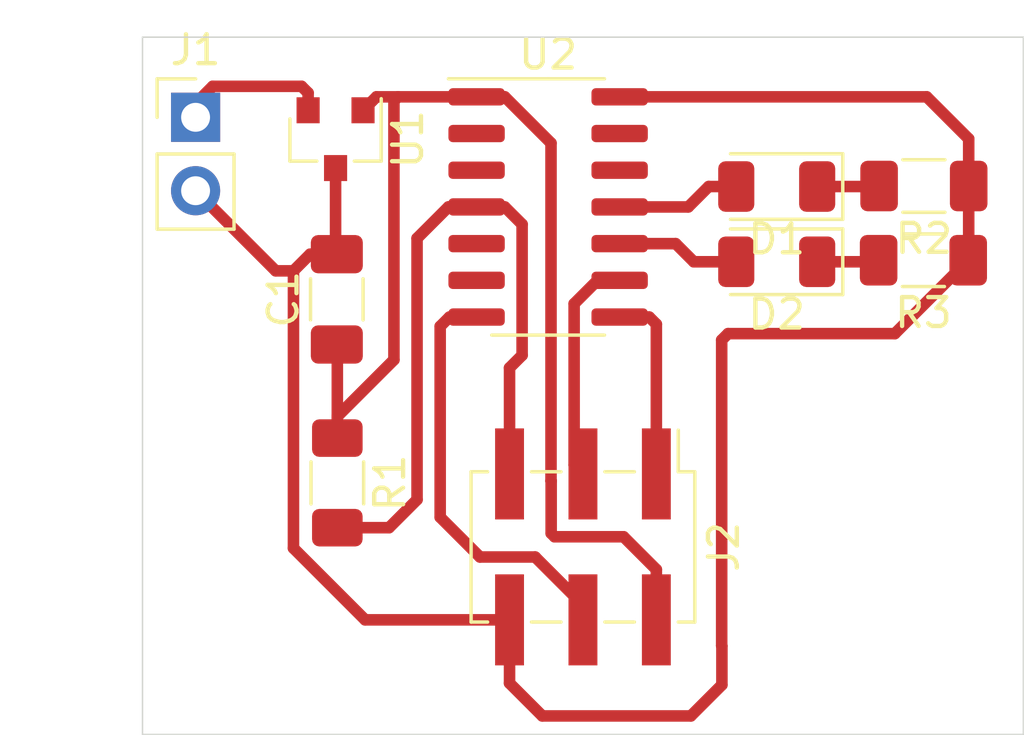
<source format=kicad_pcb>
(kicad_pcb (version 20221018) (generator pcbnew)
  (layers (0 "F.Cu" signal) (31 "B.Cu" signal) (34 "B.Paste" user) (35 "F.Paste" user) (36 "B.SilkS" user "B.Silkscreen") (37 "F.SilkS" user "F.Silkscreen") (38 "B.Mask" user) (39 "F.Mask" user) (44 "Edge.Cuts" user))
  (net 0 "")
  (net 1 "GND")
  (net 2 "+9V")
  (net 3 "/MISO")
  (net 4 "VCC")
  (net 5 "/SCK")
  (net 6 "/MOSI")
  (net 7 "/RESET")
  (net 8 "Net-(U2-Pad2)")
  (net 9 "Net-(U2-Pad3)")
  (net 10 "Net-(U2-Pad5)")
  (net 11 "Net-(U2-Pad6)")
  (net 12 "Net-(U2-Pad12)")
  (net 13 "Net-(U2-Pad13)")
  (net 14 "Net-(D1-Pad1)")
  (net 15 "Net-(D1-Pad2)")
  (net 16 "Net-(D2-Pad2)")
  (net 17 "Net-(D2-Pad1)")
  (footprint "Capacitor_SMD:C_1206_3216Metric_Pad1.33x1.80mm_HandSolder" (layer "F.Cu") (at 131.18338 103.05248 90)
    (fp_text reference "C1" (at 0 -1.85 90) (layer "F.SilkS"))
    (fp_text value "1uF")
    (fp_line (start -0.711252 -0.91) (end 0.711252 -0.91) (stroke (width 0.12)) (layer "F.SilkS"))
    (fp_line (start -0.711252 0.91) (end 0.711252 0.91) (stroke (width 0.12)) (layer "F.SilkS"))
    (pad "1" smd roundrect (at -1.5625 0 90) (size 1.325 1.8) (layers "F.Cu" "F.Paste" "F.Mask") (roundrect_rratio 0.1886784906) (net 4 "VCC"))
    (pad "2" smd roundrect (at 1.5625 0 90) (size 1.325 1.8) (layers "F.Cu" "F.Paste" "F.Mask") (roundrect_rratio 0.1886784906) (net 1 "GND"))
  )
  (footprint "Package_TO_SOT_SMD:SOT-23" (layer "F.Cu") (at 131.14024 97.50984 -90)
    (fp_text reference "U1" (at 0 -2.5 90) (layer "F.SilkS"))
    (fp_text value "LM3480-5.0")
    (fp_line (start 0.76 -1.58) (end -1.4 -1.58) (stroke (width 0.12)) (layer "F.SilkS"))
    (fp_line (start 0.76 -1.58) (end 0.76 -0.65) (stroke (width 0.12)) (layer "F.SilkS"))
    (fp_line (start 0.76 1.58) (end -0.7 1.58) (stroke (width 0.12)) (layer "F.SilkS"))
    (fp_line (start 0.76 1.58) (end 0.76 0.65) (stroke (width 0.12)) (layer "F.SilkS"))
    (pad "1" smd rect (at -1 -0.95 270) (size 0.9 0.8) (layers "F.Cu" "F.Paste" "F.Mask") (net 4 "VCC"))
    (pad "2" smd rect (at -1 0.95 270) (size 0.9 0.8) (layers "F.Cu" "F.Paste" "F.Mask") (net 2 "+9V"))
    (pad "3" smd rect (at 1 0 270) (size 0.9 0.8) (layers "F.Cu" "F.Paste" "F.Mask") (net 1 "GND"))
  )
  (footprint "Package_SO:SOIC-14_3.9x8.7mm_P1.27mm" (layer "F.Cu") (at 138.495001 99.855001)
    (fp_text reference "U2" (at 0 -5.28) (layer "F.SilkS"))
    (fp_text value "ATtiny44A-SSU")
    (fp_line (start 0 -4.435) (end -3.45 -4.435) (stroke (width 0.12)) (layer "F.SilkS"))
    (fp_line (start 0 -4.435) (end 1.95 -4.435) (stroke (width 0.12)) (layer "F.SilkS"))
    (fp_line (start 0 4.435) (end -1.95 4.435) (stroke (width 0.12)) (layer "F.SilkS"))
    (fp_line (start 0 4.435) (end 1.95 4.435) (stroke (width 0.12)) (layer "F.SilkS"))
    (pad "1" smd roundrect (at -2.475 -3.81) (size 1.95 0.6) (layers "F.Cu" "F.Paste" "F.Mask") (net 4 "VCC"))
    (pad "2" smd roundrect (at -2.475 -2.54) (size 1.95 0.6) (layers "F.Cu" "F.Paste" "F.Mask") (net 8 "Net-(U2-Pad2)"))
    (pad "3" smd roundrect (at -2.475 -1.27) (size 1.95 0.6) (layers "F.Cu" "F.Paste" "F.Mask") (net 9 "Net-(U2-Pad3)"))
    (pad "4" smd roundrect (at -2.475 0) (size 1.95 0.6) (layers "F.Cu" "F.Paste" "F.Mask") (net 7 "/RESET"))
    (pad "5" smd roundrect (at -2.475 1.27) (size 1.95 0.6) (layers "F.Cu" "F.Paste" "F.Mask") (net 10 "Net-(U2-Pad5)"))
    (pad "6" smd roundrect (at -2.475 2.54) (size 1.95 0.6) (layers "F.Cu" "F.Paste" "F.Mask") (net 11 "Net-(U2-Pad6)"))
    (pad "7" smd roundrect (at -2.475 3.81) (size 1.95 0.6) (layers "F.Cu" "F.Paste" "F.Mask") (net 6 "/MOSI"))
    (pad "8" smd roundrect (at 2.475 3.81) (size 1.95 0.6) (layers "F.Cu" "F.Paste" "F.Mask") (net 3 "/MISO"))
    (pad "9" smd roundrect (at 2.475 2.54) (size 1.95 0.6) (layers "F.Cu" "F.Paste" "F.Mask") (net 5 "/SCK"))
    (pad "10" smd roundrect (at 2.475 1.27) (size 1.95 0.6) (layers "F.Cu" "F.Paste" "F.Mask") (net 16 "Net-(D2-Pad2)"))
    (pad "11" smd roundrect (at 2.475 0) (size 1.95 0.6) (layers "F.Cu" "F.Paste" "F.Mask") (net 15 "Net-(D1-Pad2)"))
    (pad "12" smd roundrect (at 2.475 -1.27) (size 1.95 0.6) (layers "F.Cu" "F.Paste" "F.Mask") (net 12 "Net-(U2-Pad12)"))
    (pad "13" smd roundrect (at 2.475 -2.54) (size 1.95 0.6) (layers "F.Cu" "F.Paste" "F.Mask") (net 13 "Net-(U2-Pad13)"))
    (pad "14" smd roundrect (at 2.475 -3.81) (size 1.95 0.6) (layers "F.Cu" "F.Paste" "F.Mask") (net 1 "GND"))
  )
  (footprint "Connector_PinHeader_2.54mm:PinHeader_2x03_P2.54mm_Vertical_SMD" (layer "F.Cu") (at 139.7 111.618 -90)
    (fp_text reference "J2" (at 0 -4.87 90) (layer "F.SilkS"))
    (fp_text value "AVR-ISP-6")
    (fp_line (start -4.04 -3.3) (end -2.6 -3.3) (stroke (width 0.12)) (layer "F.SilkS"))
    (fp_line (start -2.6 -3.87) (end -2.6 -3.3) (stroke (width 0.12)) (layer "F.SilkS"))
    (fp_line (start -2.6 -3.87) (end 2.6 -3.87) (stroke (width 0.12)) (layer "F.SilkS"))
    (fp_line (start -2.6 -1.78) (end -2.6 -0.76) (stroke (width 0.12)) (layer "F.SilkS"))
    (fp_line (start -2.6 0.76) (end -2.6 1.78) (stroke (width 0.12)) (layer "F.SilkS"))
    (fp_line (start -2.6 3.3) (end -2.6 3.87) (stroke (width 0.12)) (layer "F.SilkS"))
    (fp_line (start -2.6 3.87) (end 2.6 3.87) (stroke (width 0.12)) (layer "F.SilkS"))
    (fp_line (start 2.6 -3.87) (end 2.6 -3.3) (stroke (width 0.12)) (layer "F.SilkS"))
    (fp_line (start 2.6 -1.78) (end 2.6 -0.76) (stroke (width 0.12)) (layer "F.SilkS"))
    (fp_line (start 2.6 0.76) (end 2.6 1.78) (stroke (width 0.12)) (layer "F.SilkS"))
    (fp_line (start 2.6 3.3) (end 2.6 3.87) (stroke (width 0.12)) (layer "F.SilkS"))
    (pad "1" smd rect (at -2.525 -2.54 270) (size 3.15 1) (layers "F.Cu" "F.Paste" "F.Mask") (net 3 "/MISO"))
    (pad "2" smd rect (at 2.525 -2.54 270) (size 3.15 1) (layers "F.Cu" "F.Paste" "F.Mask") (net 4 "VCC"))
    (pad "3" smd rect (at -2.525 0 270) (size 3.15 1) (layers "F.Cu" "F.Paste" "F.Mask") (net 5 "/SCK"))
    (pad "4" smd rect (at 2.525 0 270) (size 3.15 1) (layers "F.Cu" "F.Paste" "F.Mask") (net 6 "/MOSI"))
    (pad "5" smd rect (at -2.525 2.54 270) (size 3.15 1) (layers "F.Cu" "F.Paste" "F.Mask") (net 7 "/RESET"))
    (pad "6" smd rect (at 2.525 2.54 270) (size 3.15 1) (layers "F.Cu" "F.Paste" "F.Mask") (net 1 "GND"))
  )
  (footprint "Resistor_SMD:R_1206_3216Metric_Pad1.30x1.75mm_HandSolder" (layer "F.Cu") (at 131.20116 109.40348 -90)
    (fp_text reference "R1" (at 0 -1.82 90) (layer "F.SilkS"))
    (fp_text value "10k")
    (fp_line (start -0.727064 -0.91) (end 0.727064 -0.91) (stroke (width 0.12)) (layer "F.SilkS"))
    (fp_line (start -0.727064 0.91) (end 0.727064 0.91) (stroke (width 0.12)) (layer "F.SilkS"))
    (pad "1" smd roundrect (at -1.55 0 270) (size 1.3 1.75) (layers "F.Cu" "F.Paste" "F.Mask") (roundrect_rratio 0.1923076923) (net 4 "VCC"))
    (pad "2" smd roundrect (at 1.55 0 270) (size 1.3 1.75) (layers "F.Cu" "F.Paste" "F.Mask") (roundrect_rratio 0.1923076923) (net 7 "/RESET"))
  )
  (footprint "LED_SMD:LED_1206_3216Metric" (layer "F.Cu") (at 146.40514 99.1489 180)
    (fp_text reference "D1" (at 0 -1.82) (layer "F.SilkS"))
    (fp_text value "LED")
    (fp_line (start -2.285 -1.135) (end -2.285 1.135) (stroke (width 0.12)) (layer "F.SilkS"))
    (fp_line (start -2.285 1.135) (end 1.6 1.135) (stroke (width 0.12)) (layer "F.SilkS"))
    (fp_line (start 1.6 -1.135) (end -2.285 -1.135) (stroke (width 0.12)) (layer "F.SilkS"))
    (pad "1" smd roundrect (at -1.4 0 180) (size 1.25 1.75) (layers "F.Cu" "F.Paste" "F.Mask") (roundrect_rratio 0.2) (net 14 "Net-(D1-Pad1)"))
    (pad "2" smd roundrect (at 1.4 0 180) (size 1.25 1.75) (layers "F.Cu" "F.Paste" "F.Mask") (roundrect_rratio 0.2) (net 15 "Net-(D1-Pad2)"))
  )
  (footprint "LED_SMD:LED_1206_3216Metric" (layer "F.Cu") (at 146.40514 101.7524 180)
    (fp_text reference "D2" (at 0 -1.82) (layer "F.SilkS"))
    (fp_text value "LED")
    (fp_line (start -2.285 -1.135) (end -2.285 1.135) (stroke (width 0.12)) (layer "F.SilkS"))
    (fp_line (start -2.285 1.135) (end 1.6 1.135) (stroke (width 0.12)) (layer "F.SilkS"))
    (fp_line (start 1.6 -1.135) (end -2.285 -1.135) (stroke (width 0.12)) (layer "F.SilkS"))
    (pad "1" smd roundrect (at -1.4 0 180) (size 1.25 1.75) (layers "F.Cu" "F.Paste" "F.Mask") (roundrect_rratio 0.2) (net 17 "Net-(D2-Pad1)"))
    (pad "2" smd roundrect (at 1.4 0 180) (size 1.25 1.75) (layers "F.Cu" "F.Paste" "F.Mask") (roundrect_rratio 0.2) (net 16 "Net-(D2-Pad2)"))
  )
  (footprint "Resistor_SMD:R_1206_3216Metric_Pad1.30x1.75mm_HandSolder" (layer "F.Cu") (at 151.4977 99.13112 180)
    (fp_text reference "R2" (at 0 -1.82) (layer "F.SilkS"))
    (fp_text value "1k")
    (fp_line (start -0.727064 -0.91) (end 0.727064 -0.91) (stroke (width 0.12)) (layer "F.SilkS"))
    (fp_line (start -0.727064 0.91) (end 0.727064 0.91) (stroke (width 0.12)) (layer "F.SilkS"))
    (pad "1" smd roundrect (at -1.55 0 180) (size 1.3 1.75) (layers "F.Cu" "F.Paste" "F.Mask") (roundrect_rratio 0.1923076923) (net 1 "GND"))
    (pad "2" smd roundrect (at 1.55 0 180) (size 1.3 1.75) (layers "F.Cu" "F.Paste" "F.Mask") (roundrect_rratio 0.1923076923) (net 14 "Net-(D1-Pad1)"))
  )
  (footprint "Resistor_SMD:R_1206_3216Metric_Pad1.30x1.75mm_HandSolder" (layer "F.Cu") (at 151.48112 101.69906 180)
    (fp_text reference "R3" (at 0 -1.82) (layer "F.SilkS"))
    (fp_text value "1k")
    (fp_line (start -0.727064 -0.91) (end 0.727064 -0.91) (stroke (width 0.12)) (layer "F.SilkS"))
    (fp_line (start -0.727064 0.91) (end 0.727064 0.91) (stroke (width 0.12)) (layer "F.SilkS"))
    (pad "1" smd roundrect (at -1.55 0 180) (size 1.3 1.75) (layers "F.Cu" "F.Paste" "F.Mask") (roundrect_rratio 0.1923076923) (net 1 "GND"))
    (pad "2" smd roundrect (at 1.55 0 180) (size 1.3 1.75) (layers "F.Cu" "F.Paste" "F.Mask") (roundrect_rratio 0.1923076923) (net 17 "Net-(D2-Pad1)"))
  )
  (footprint "Connector_PinHeader_2.54mm:PinHeader_1x02_P2.54mm_Vertical" (layer "F.Cu") (at 126.29642 96.75368)
    (fp_text reference "J1" (at 0 -2.33) (layer "F.SilkS"))
    (fp_text value "Conn_01x02_Male")
    (fp_line (start -1.33 -1.33) (end 0 -1.33) (stroke (width 0.12)) (layer "F.SilkS"))
    (fp_line (start -1.33 0) (end -1.33 -1.33) (stroke (width 0.12)) (layer "F.SilkS"))
    (fp_line (start -1.33 1.27) (end -1.33 3.87) (stroke (width 0.12)) (layer "F.SilkS"))
    (fp_line (start -1.33 1.27) (end 1.33 1.27) (stroke (width 0.12)) (layer "F.SilkS"))
    (fp_line (start -1.33 3.87) (end 1.33 3.87) (stroke (width 0.12)) (layer "F.SilkS"))
    (fp_line (start 1.33 1.27) (end 1.33 3.87) (stroke (width 0.12)) (layer "F.SilkS"))
    (pad "1" thru_hole rect (at 0 0) (size 1.7 1.7) (drill 1) (layers "*.Cu" "*.Mask") (net 2 "+9V"))
    (pad "2" thru_hole oval (at 0 2.54) (size 1.7 1.7) (drill 1) (layers "*.Cu" "*.Mask") (net 1 "GND"))
  )
  (gr_line (start 124.46 118.11) (end 124.46 93.98) (stroke (width 0.05)) (layer "Edge.Cuts"))
  (gr_line (start 154.94 118.11) (end 124.46 118.11) (stroke (width 0.05)) (layer "Edge.Cuts"))
  (gr_line (start 154.94 93.98) (end 154.94 118.11) (stroke (width 0.05)) (layer "Edge.Cuts"))
  (gr_line (start 124.46 93.98) (end 154.94 93.98) (stroke (width 0.05)) (layer "Edge.Cuts"))
  (segment (start 140.970001 96.045001) (end 151.594801 96.045001) (width 0.4) (layer "F.Cu") (net 1))
  (segment (start 153.0477 101.68248) (end 153.03112 101.69906) (width 0.4) (layer "F.Cu") (net 1))
  (segment (start 151.594801 96.045001) (end 153.0477 97.4979) (width 0.4) (layer "F.Cu") (net 1))
  (segment (start 144.50822 115.045022) (end 144.50822 116.39296) (width 0.4) (layer "F.Cu") (net 1))
  (segment (start 131.18338 101.48998) (end 130.25962 101.48998) (width 0.4) (layer "F.Cu") (net 1))
  (segment (start 153.0477 97.4979) (end 153.0477 99.13112) (width 0.4) (layer "F.Cu") (net 1))
  (segment (start 129.68337 102.06623) (end 129.68337 111.662788) (width 0.4) (layer "F.Cu") (net 1))
  (segment (start 129.06897 102.06623) (end 129.68337 102.06623) (width 0.4) (layer "F.Cu") (net 1))
  (segment (start 144.5006 115.037402) (end 144.50822 115.045022) (width 0.4) (layer "F.Cu") (net 1))
  (segment (start 153.03112 101.69906) (end 150.49112 104.23906) (width 0.4) (layer "F.Cu") (net 1))
  (segment (start 132.163582 114.143) (end 137.16 114.143) (width 0.4) (layer "F.Cu") (net 1))
  (segment (start 131.14024 101.44684) (end 131.18338 101.48998) (width 0.4) (layer "F.Cu") (net 1))
  (segment (start 153.0477 99.13112) (end 153.0477 101.68248) (width 0.4) (layer "F.Cu") (net 1))
  (segment (start 144.50822 116.39296) (end 143.4338 117.46738) (width 0.4) (layer "F.Cu") (net 1))
  (segment (start 143.4338 117.46738) (end 138.29284 117.46738) (width 0.4) (layer "F.Cu") (net 1))
  (segment (start 138.29284 117.46738) (end 137.16 116.33454) (width 0.4) (layer "F.Cu") (net 1))
  (segment (start 130.25962 101.48998) (end 129.68337 102.06623) (width 0.4) (layer "F.Cu") (net 1))
  (segment (start 137.16 116.33454) (end 137.16 114.143) (width 0.4) (layer "F.Cu") (net 1))
  (segment (start 144.5006 104.46004) (end 144.5006 115.037402) (width 0.4) (layer "F.Cu") (net 1))
  (segment (start 131.14024 98.50984) (end 131.14024 101.44684) (width 0.4) (layer "F.Cu") (net 1))
  (segment (start 150.49112 104.23906) (end 144.72158 104.23906) (width 0.4) (layer "F.Cu") (net 1))
  (segment (start 144.72158 104.23906) (end 144.5006 104.46004) (width 0.4) (layer "F.Cu") (net 1))
  (segment (start 129.68337 111.662788) (end 132.163582 114.143) (width 0.4) (layer "F.Cu") (net 1))
  (segment (start 126.29642 99.29368) (end 129.06897 102.06623) (width 0.4) (layer "F.Cu") (net 1))
  (segment (start 130.19024 95.90786) (end 130.19024 96.50984) (width 0.4) (layer "F.Cu") (net 2))
  (segment (start 129.96418 95.6818) (end 130.19024 95.90786) (width 0.4) (layer "F.Cu") (net 2))
  (segment (start 126.29642 96.27362) (end 126.88824 95.6818) (width 0.4) (layer "F.Cu") (net 2))
  (segment (start 126.29642 96.75368) (end 126.29642 96.27362) (width 0.4) (layer "F.Cu") (net 2))
  (segment (start 126.88824 95.6818) (end 129.96418 95.6818) (width 0.4) (layer "F.Cu") (net 2))
  (segment (start 140.970001 103.665001) (end 141.993601 103.665001) (width 0.4) (layer "F.Cu") (net 3))
  (segment (start 142.24 103.9114) (end 142.24 109.093) (width 0.4) (layer "F.Cu") (net 3))
  (segment (start 141.993601 103.665001) (end 142.24 103.9114) (width 0.4) (layer "F.Cu") (net 3))
  (segment (start 131.20116 104.63276) (end 131.18338 104.61498) (width 0.4) (layer "F.Cu") (net 4))
  (segment (start 133.15968 96.184521) (end 133.2992 96.045001) (width 0.4) (layer "F.Cu") (net 4))
  (segment (start 133.15968 105.14496) (end 133.15968 96.184521) (width 0.4) (layer "F.Cu") (net 4))
  (segment (start 132.555079 96.045001) (end 132.09024 96.50984) (width 0.4) (layer "F.Cu") (net 4))
  (segment (start 138.594981 97.644981) (end 138.594981 109.334181) (width 0.4) (layer "F.Cu") (net 4))
  (segment (start 131.20116 107.10348) (end 133.15968 105.14496) (width 0.4) (layer "F.Cu") (net 4))
  (segment (start 133.2992 96.045001) (end 132.555079 96.045001) (width 0.4) (layer "F.Cu") (net 4))
  (segment (start 141.106399 111.268001) (end 142.24 112.401602) (width 0.4) (layer "F.Cu") (net 4))
  (segment (start 138.599999 111.148001) (end 138.719999 111.268001) (width 0.4) (layer "F.Cu") (net 4))
  (segment (start 142.24 112.401602) (end 142.24 114.143) (width 0.4) (layer "F.Cu") (net 4))
  (segment (start 131.20116 107.85348) (end 131.20116 104.63276) (width 0.4) (layer "F.Cu") (net 4))
  (segment (start 138.599999 109.339199) (end 138.599999 111.148001) (width 0.4) (layer "F.Cu") (net 4))
  (segment (start 136.995001 96.045001) (end 138.594981 97.644981) (width 0.4) (layer "F.Cu") (net 4))
  (segment (start 136.020001 96.045001) (end 136.995001 96.045001) (width 0.4) (layer "F.Cu") (net 4))
  (segment (start 138.594981 109.334181) (end 138.599999 109.339199) (width 0.4) (layer "F.Cu") (net 4))
  (segment (start 136.020001 96.045001) (end 133.2992 96.045001) (width 0.4) (layer "F.Cu") (net 4))
  (segment (start 138.719999 111.268001) (end 141.106399 111.268001) (width 0.4) (layer "F.Cu") (net 4))
  (segment (start 131.20116 107.85348) (end 131.20116 107.10348) (width 0.4) (layer "F.Cu") (net 4))
  (segment (start 139.394991 108.787991) (end 139.7 109.093) (width 0.4) (layer "F.Cu") (net 5))
  (segment (start 139.394991 103.204335) (end 139.394991 108.787991) (width 0.4) (layer "F.Cu") (net 5))
  (segment (start 140.970001 102.395001) (end 140.204325 102.395001) (width 0.4) (layer "F.Cu") (net 5))
  (segment (start 140.204325 102.395001) (end 139.394991 103.204335) (width 0.4) (layer "F.Cu") (net 5))
  (segment (start 136.136099 111.967999) (end 134.7597 110.5916) (width 0.4) (layer "F.Cu") (net 6))
  (segment (start 134.7597 110.5916) (end 134.7597 103.9876) (width 0.4) (layer "F.Cu") (net 6))
  (segment (start 136.136099 111.967999) (end 138.046179 111.967999) (width 0.4) (layer "F.Cu") (net 6))
  (segment (start 134.7597 103.9876) (end 135.082299 103.665001) (width 0.4) (layer "F.Cu") (net 6))
  (segment (start 139.7 114.143) (end 139.7 113.379386) (width 0.4) (layer "F.Cu") (net 6))
  (segment (start 139.475627 113.397447) (end 138.06424 111.98606) (width 0.4) (layer "F.Cu") (net 6))
  (segment (start 135.082299 103.665001) (end 136.020001 103.665001) (width 0.4) (layer "F.Cu") (net 6))
  (segment (start 138.046179 111.967999) (end 138.06424 111.98606) (width 0.4) (layer "F.Cu") (net 6))
  (segment (start 137.16 105.4227) (end 137.16 109.093) (width 0.4) (layer "F.Cu") (net 7))
  (segment (start 137.595011 100.455011) (end 137.595011 104.987689) (width 0.4) (layer "F.Cu") (net 7))
  (segment (start 136.020001 99.855001) (end 135.045001 99.855001) (width 0.4) (layer "F.Cu") (net 7))
  (segment (start 132.99066 110.95348) (end 131.20116 110.95348) (width 0.4) (layer "F.Cu") (net 7))
  (segment (start 133.95969 109.98445) (end 132.99066 110.95348) (width 0.4) (layer "F.Cu") (net 7))
  (segment (start 136.020001 99.855001) (end 136.995001 99.855001) (width 0.4) (layer "F.Cu") (net 7))
  (segment (start 133.95969 100.940312) (end 133.95969 109.98445) (width 0.4) (layer "F.Cu") (net 7))
  (segment (start 136.995001 99.855001) (end 137.595011 100.455011) (width 0.4) (layer "F.Cu") (net 7))
  (segment (start 135.045001 99.855001) (end 133.95969 100.940312) (width 0.4) (layer "F.Cu") (net 7))
  (segment (start 137.595011 104.987689) (end 137.16 105.4227) (width 0.4) (layer "F.Cu") (net 7))
  (segment (start 147.80514 99.1489) (end 149.92992 99.1489) (width 0.4) (layer "F.Cu") (net 14))
  (segment (start 149.92992 99.1489) (end 149.9477 99.13112) (width 0.4) (layer "F.Cu") (net 14))
  (segment (start 140.970001 99.855001) (end 143.344919 99.855001) (width 0.4) (layer "F.Cu") (net 15))
  (segment (start 143.344919 99.855001) (end 144.05102 99.1489) (width 0.4) (layer "F.Cu") (net 15))
  (segment (start 144.05102 99.1489) (end 145.00514 99.1489) (width 0.4) (layer "F.Cu") (net 15))
  (segment (start 140.970001 101.125001) (end 142.908001 101.125001) (width 0.4) (layer "F.Cu") (net 16))
  (segment (start 143.5354 101.7524) (end 145.00514 101.7524) (width 0.4) (layer "F.Cu") (net 16))
  (segment (start 142.908001 101.125001) (end 143.5354 101.7524) (width 0.4) (layer "F.Cu") (net 16))
  (segment (start 147.80514 101.7524) (end 149.87778 101.7524) (width 0.4) (layer "F.Cu") (net 17))
  (segment (start 149.87778 101.7524) (end 149.93112 101.69906) (width 0.4) (layer "F.Cu") (net 17))
)
</source>
